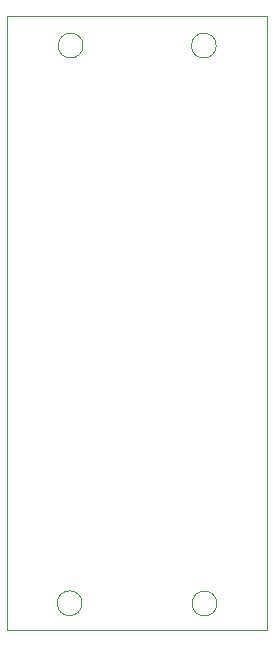
<source format=gbr>
%TF.GenerationSoftware,KiCad,Pcbnew,(5.1.9)-1*%
%TF.CreationDate,2021-04-21T20:58:21+02:00*%
%TF.ProjectId,Air-Quality,4169722d-5175-4616-9c69-74792e6b6963,rev?*%
%TF.SameCoordinates,Original*%
%TF.FileFunction,Profile,NP*%
%FSLAX46Y46*%
G04 Gerber Fmt 4.6, Leading zero omitted, Abs format (unit mm)*
G04 Created by KiCad (PCBNEW (5.1.9)-1) date 2021-04-21 20:58:21*
%MOMM*%
%LPD*%
G01*
G04 APERTURE LIST*
%TA.AperFunction,Profile*%
%ADD10C,0.050000*%
%TD*%
G04 APERTURE END LIST*
D10*
X182245000Y-64795400D02*
G75*
G03*
X182245000Y-64795400I-1049115J0D01*
G01*
X193522600Y-64795400D02*
G75*
G03*
X193522600Y-64795400I-1049115J0D01*
G01*
X182158830Y-112006285D02*
G75*
G03*
X182158830Y-112006285I-1049115J0D01*
G01*
X193573400Y-112031685D02*
G75*
G03*
X193573400Y-112031685I-1049115J0D01*
G01*
X175793400Y-114300000D02*
X175793400Y-62306200D01*
X197815200Y-114300000D02*
X175793400Y-114300000D01*
X197815200Y-62280800D02*
X197815200Y-114300000D01*
X175793400Y-62306200D02*
X197815200Y-62280800D01*
M02*

</source>
